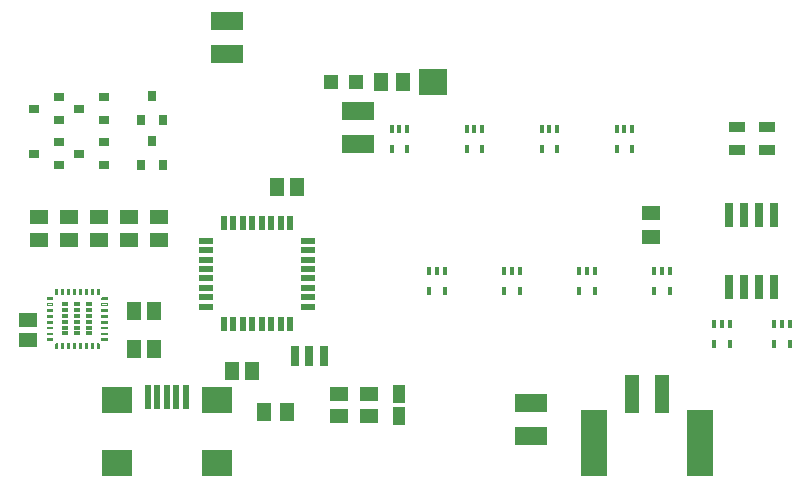
<source format=gtp>
G75*
G70*
%OFA0B0*%
%FSLAX24Y24*%
%IPPOS*%
%LPD*%
%AMOC8*
5,1,8,0,0,1.08239X$1,22.5*
%
%ADD10R,0.0157X0.0276*%
%ADD11R,0.0551X0.0354*%
%ADD12R,0.0220X0.0500*%
%ADD13R,0.0500X0.0220*%
%ADD14R,0.0236X0.0118*%
%ADD15C,0.0040*%
%ADD16R,0.0512X0.0591*%
%ADD17R,0.0630X0.0512*%
%ADD18R,0.0276X0.0669*%
%ADD19R,0.0260X0.0800*%
%ADD20R,0.0512X0.0630*%
%ADD21R,0.0394X0.0591*%
%ADD22R,0.0354X0.0315*%
%ADD23R,0.0315X0.0354*%
%ADD24R,0.0984X0.0866*%
%ADD25R,0.0197X0.0787*%
%ADD26R,0.0472X0.1260*%
%ADD27R,0.0866X0.2205*%
%ADD28R,0.1063X0.0630*%
%ADD29R,0.0472X0.0472*%
%ADD30R,0.0250X0.0500*%
%ADD31R,0.0960X0.0900*%
%ADD32R,0.0591X0.0512*%
D10*
X017394Y009565D03*
X017906Y009565D03*
X017906Y010235D03*
X017650Y010235D03*
X017394Y010235D03*
X019894Y010235D03*
X020150Y010235D03*
X020406Y010235D03*
X020406Y009565D03*
X019894Y009565D03*
X022394Y009565D03*
X022906Y009565D03*
X022906Y010235D03*
X022650Y010235D03*
X022394Y010235D03*
X024894Y010235D03*
X025150Y010235D03*
X025406Y010235D03*
X025406Y009565D03*
X024894Y009565D03*
X026894Y008485D03*
X027150Y008485D03*
X027406Y008485D03*
X027406Y007815D03*
X026894Y007815D03*
X028894Y007815D03*
X029406Y007815D03*
X029406Y008485D03*
X029150Y008485D03*
X028894Y008485D03*
X024156Y014315D03*
X023644Y014315D03*
X023644Y014985D03*
X023900Y014985D03*
X024156Y014985D03*
X021656Y014985D03*
X021400Y014985D03*
X021144Y014985D03*
X021144Y014315D03*
X021656Y014315D03*
X019156Y014315D03*
X018644Y014315D03*
X018644Y014985D03*
X018900Y014985D03*
X019156Y014985D03*
X016656Y014985D03*
X016400Y014985D03*
X016144Y014985D03*
X016144Y014315D03*
X016656Y014315D03*
D11*
X027650Y014276D03*
X027650Y015024D03*
X028650Y015024D03*
X028650Y014276D03*
D12*
X012752Y011840D03*
X012437Y011840D03*
X012122Y011840D03*
X011807Y011840D03*
X011493Y011840D03*
X011178Y011840D03*
X010863Y011840D03*
X010548Y011840D03*
X010548Y008460D03*
X010863Y008460D03*
X011178Y008460D03*
X011493Y008460D03*
X011807Y008460D03*
X012122Y008460D03*
X012437Y008460D03*
X012752Y008460D03*
D13*
X013340Y009048D03*
X013340Y009363D03*
X013340Y009678D03*
X013340Y009993D03*
X013340Y010307D03*
X013340Y010622D03*
X013340Y010937D03*
X013340Y011252D03*
X009960Y011252D03*
X009960Y010937D03*
X009960Y010622D03*
X009960Y010307D03*
X009960Y009993D03*
X009960Y009678D03*
X009960Y009363D03*
X009960Y009048D03*
D14*
X006044Y009142D03*
X006044Y008945D03*
X006044Y008748D03*
X006044Y008552D03*
X006044Y008355D03*
X006044Y008158D03*
X005650Y008158D03*
X005650Y008355D03*
X005650Y008552D03*
X005650Y008748D03*
X005650Y008945D03*
X005650Y009142D03*
X005256Y009142D03*
X005256Y008945D03*
X005256Y008748D03*
X005256Y008552D03*
X005256Y008355D03*
X005256Y008158D03*
D15*
X005187Y007833D02*
X005187Y007656D01*
X005128Y007656D01*
X005128Y007833D01*
X005187Y007833D01*
X005187Y007809D02*
X005128Y007809D01*
X005128Y007770D02*
X005187Y007770D01*
X005187Y007732D02*
X005128Y007732D01*
X005128Y007693D02*
X005187Y007693D01*
X005325Y007693D02*
X005384Y007693D01*
X005384Y007656D02*
X005325Y007656D01*
X005325Y007833D01*
X005384Y007833D01*
X005384Y007656D01*
X005384Y007732D02*
X005325Y007732D01*
X005325Y007770D02*
X005384Y007770D01*
X005384Y007809D02*
X005325Y007809D01*
X005522Y007809D02*
X005581Y007809D01*
X005581Y007833D02*
X005581Y007656D01*
X005522Y007656D01*
X005522Y007833D01*
X005581Y007833D01*
X005581Y007770D02*
X005522Y007770D01*
X005522Y007732D02*
X005581Y007732D01*
X005581Y007693D02*
X005522Y007693D01*
X005719Y007693D02*
X005778Y007693D01*
X005778Y007656D02*
X005719Y007656D01*
X005719Y007833D01*
X005778Y007833D01*
X005778Y007656D01*
X005778Y007732D02*
X005719Y007732D01*
X005719Y007770D02*
X005778Y007770D01*
X005778Y007809D02*
X005719Y007809D01*
X005916Y007809D02*
X005975Y007809D01*
X005975Y007833D02*
X005975Y007656D01*
X005916Y007656D01*
X005916Y007833D01*
X005975Y007833D01*
X005975Y007770D02*
X005916Y007770D01*
X005916Y007732D02*
X005975Y007732D01*
X005975Y007693D02*
X005916Y007693D01*
X006113Y007693D02*
X006172Y007693D01*
X006172Y007656D02*
X006113Y007656D01*
X006113Y007833D01*
X006172Y007833D01*
X006172Y007656D01*
X006172Y007732D02*
X006113Y007732D01*
X006113Y007770D02*
X006172Y007770D01*
X006172Y007809D02*
X006113Y007809D01*
X006309Y007809D02*
X006369Y007809D01*
X006369Y007813D02*
X006349Y007833D01*
X006309Y007833D01*
X006309Y007656D01*
X006369Y007656D01*
X006369Y007813D01*
X006369Y007770D02*
X006309Y007770D01*
X006309Y007732D02*
X006369Y007732D01*
X006369Y007693D02*
X006309Y007693D01*
X006487Y007931D02*
X006467Y007951D01*
X006467Y007991D01*
X006644Y007991D01*
X006644Y007931D01*
X006487Y007931D01*
X006467Y007963D02*
X006644Y007963D01*
X006644Y008128D02*
X006467Y008128D01*
X006467Y008187D01*
X006644Y008187D01*
X006644Y008128D01*
X006644Y008155D02*
X006467Y008155D01*
X006467Y008325D02*
X006467Y008384D01*
X006644Y008384D01*
X006644Y008325D01*
X006467Y008325D01*
X006467Y008348D02*
X006644Y008348D01*
X006644Y008522D02*
X006644Y008581D01*
X006467Y008581D01*
X006467Y008522D01*
X006644Y008522D01*
X006644Y008540D02*
X006467Y008540D01*
X006467Y008579D02*
X006644Y008579D01*
X006644Y008719D02*
X006644Y008778D01*
X006467Y008778D01*
X006467Y008719D01*
X006644Y008719D01*
X006644Y008733D02*
X006467Y008733D01*
X006467Y008771D02*
X006644Y008771D01*
X006644Y008916D02*
X006467Y008916D01*
X006467Y008975D01*
X006644Y008975D01*
X006644Y008916D01*
X006644Y008925D02*
X006467Y008925D01*
X006467Y008964D02*
X006644Y008964D01*
X006644Y009113D02*
X006467Y009113D01*
X006467Y009172D01*
X006644Y009172D01*
X006644Y009113D01*
X006644Y009118D02*
X006467Y009118D01*
X006467Y009156D02*
X006644Y009156D01*
X006644Y009309D02*
X006467Y009309D01*
X006467Y009349D01*
X006487Y009369D01*
X006644Y009369D01*
X006644Y009309D01*
X006644Y009310D02*
X006467Y009310D01*
X006467Y009349D02*
X006644Y009349D01*
X006369Y009487D02*
X006369Y009644D01*
X006309Y009644D01*
X006309Y009467D01*
X006349Y009467D01*
X006369Y009487D01*
X006369Y009503D02*
X006309Y009503D01*
X006309Y009541D02*
X006369Y009541D01*
X006369Y009580D02*
X006309Y009580D01*
X006309Y009618D02*
X006369Y009618D01*
X006172Y009618D02*
X006113Y009618D01*
X006113Y009644D02*
X006172Y009644D01*
X006172Y009467D01*
X006113Y009467D01*
X006113Y009644D01*
X006113Y009580D02*
X006172Y009580D01*
X006172Y009541D02*
X006113Y009541D01*
X006113Y009503D02*
X006172Y009503D01*
X005975Y009503D02*
X005916Y009503D01*
X005916Y009467D02*
X005916Y009644D01*
X005975Y009644D01*
X005975Y009467D01*
X005916Y009467D01*
X005916Y009541D02*
X005975Y009541D01*
X005975Y009580D02*
X005916Y009580D01*
X005916Y009618D02*
X005975Y009618D01*
X005778Y009618D02*
X005719Y009618D01*
X005719Y009644D02*
X005778Y009644D01*
X005778Y009467D01*
X005719Y009467D01*
X005719Y009644D01*
X005719Y009580D02*
X005778Y009580D01*
X005778Y009541D02*
X005719Y009541D01*
X005719Y009503D02*
X005778Y009503D01*
X005581Y009503D02*
X005522Y009503D01*
X005522Y009467D02*
X005522Y009644D01*
X005581Y009644D01*
X005581Y009467D01*
X005522Y009467D01*
X005522Y009541D02*
X005581Y009541D01*
X005581Y009580D02*
X005522Y009580D01*
X005522Y009618D02*
X005581Y009618D01*
X005384Y009618D02*
X005325Y009618D01*
X005325Y009644D02*
X005384Y009644D01*
X005384Y009467D01*
X005325Y009467D01*
X005325Y009644D01*
X005325Y009580D02*
X005384Y009580D01*
X005384Y009541D02*
X005325Y009541D01*
X005325Y009503D02*
X005384Y009503D01*
X005187Y009503D02*
X005128Y009503D01*
X005128Y009467D02*
X005128Y009644D01*
X005187Y009644D01*
X005187Y009467D01*
X005128Y009467D01*
X005128Y009541D02*
X005187Y009541D01*
X005187Y009580D02*
X005128Y009580D01*
X005128Y009618D02*
X005187Y009618D01*
X004991Y009618D02*
X004931Y009618D01*
X004931Y009644D02*
X004991Y009644D01*
X004991Y009467D01*
X004951Y009467D01*
X004931Y009487D01*
X004931Y009644D01*
X004931Y009580D02*
X004991Y009580D01*
X004991Y009541D02*
X004931Y009541D01*
X004931Y009503D02*
X004991Y009503D01*
X004833Y009349D02*
X004833Y009309D01*
X004656Y009309D01*
X004656Y009369D01*
X004813Y009369D01*
X004833Y009349D01*
X004656Y009349D01*
X004656Y009310D02*
X004833Y009310D01*
X004833Y009172D02*
X004833Y009113D01*
X004656Y009113D01*
X004656Y009172D01*
X004833Y009172D01*
X004833Y009156D02*
X004656Y009156D01*
X004656Y009118D02*
X004833Y009118D01*
X004833Y008975D02*
X004833Y008916D01*
X004656Y008916D01*
X004656Y008975D01*
X004833Y008975D01*
X004833Y008964D02*
X004656Y008964D01*
X004656Y008925D02*
X004833Y008925D01*
X004833Y008778D02*
X004833Y008719D01*
X004656Y008719D01*
X004656Y008778D01*
X004833Y008778D01*
X004833Y008771D02*
X004656Y008771D01*
X004656Y008733D02*
X004833Y008733D01*
X004833Y008581D02*
X004833Y008522D01*
X004656Y008522D01*
X004656Y008581D01*
X004833Y008581D01*
X004833Y008579D02*
X004656Y008579D01*
X004656Y008540D02*
X004833Y008540D01*
X004833Y008384D02*
X004833Y008325D01*
X004656Y008325D01*
X004656Y008384D01*
X004833Y008384D01*
X004833Y008348D02*
X004656Y008348D01*
X004656Y008187D02*
X004656Y008128D01*
X004833Y008128D01*
X004833Y008187D01*
X004656Y008187D01*
X004656Y008155D02*
X004833Y008155D01*
X004833Y007991D02*
X004656Y007991D01*
X004656Y007931D01*
X004813Y007931D01*
X004833Y007951D01*
X004833Y007991D01*
X004833Y007963D02*
X004656Y007963D01*
X004931Y007813D02*
X004951Y007833D01*
X004991Y007833D01*
X004991Y007656D01*
X004931Y007656D01*
X004931Y007813D01*
X004931Y007809D02*
X004991Y007809D01*
X004991Y007770D02*
X004931Y007770D01*
X004931Y007732D02*
X004991Y007732D01*
X004991Y007693D02*
X004931Y007693D01*
D16*
X007565Y007650D03*
X008235Y007650D03*
X008235Y008900D03*
X007565Y008900D03*
X010815Y006900D03*
X011485Y006900D03*
X012315Y013025D03*
X012985Y013025D03*
D17*
X008400Y012024D03*
X008400Y011276D03*
X007400Y011276D03*
X007400Y012024D03*
X006400Y012024D03*
X006400Y011276D03*
X005400Y011276D03*
X005400Y012024D03*
X004400Y012024D03*
X004400Y011276D03*
X014400Y006149D03*
X014400Y005401D03*
X015400Y005401D03*
X015400Y006149D03*
X024775Y011381D03*
X024775Y012169D03*
D18*
X013872Y007400D03*
X013400Y007400D03*
X012928Y007400D03*
D19*
X027400Y009690D03*
X027900Y009690D03*
X028400Y009690D03*
X028900Y009690D03*
X028900Y012110D03*
X028400Y012110D03*
X027900Y012110D03*
X027400Y012110D03*
D20*
X016524Y016525D03*
X015776Y016525D03*
X012649Y005525D03*
X011901Y005525D03*
D21*
X016400Y005405D03*
X016400Y006145D03*
D22*
X006544Y013776D03*
X005717Y014150D03*
X005044Y013776D03*
X004217Y014150D03*
X005044Y014524D03*
X005044Y015276D03*
X005717Y015650D03*
X005044Y016024D03*
X004217Y015650D03*
X006544Y015276D03*
X006544Y014524D03*
X006544Y016024D03*
D23*
X007776Y015256D03*
X008524Y015256D03*
X008150Y014583D03*
X007776Y013756D03*
X008524Y013756D03*
X008150Y016083D03*
D24*
X006996Y003851D03*
X006996Y005937D03*
X010304Y005937D03*
X010304Y003851D03*
D25*
X009280Y006036D03*
X008965Y006036D03*
X008650Y006036D03*
X008335Y006036D03*
X008020Y006036D03*
D26*
X024158Y006150D03*
X025142Y006150D03*
D27*
X026422Y004496D03*
X022878Y004496D03*
D28*
X020775Y004724D03*
X020775Y005826D03*
X015025Y014474D03*
X015025Y015576D03*
X010650Y017474D03*
X010650Y018576D03*
D29*
X014112Y016525D03*
X014938Y016525D03*
D30*
X017363Y016525D03*
X017687Y016525D03*
D31*
X017525Y016525D03*
D32*
X004025Y008610D03*
X004025Y007940D03*
M02*

</source>
